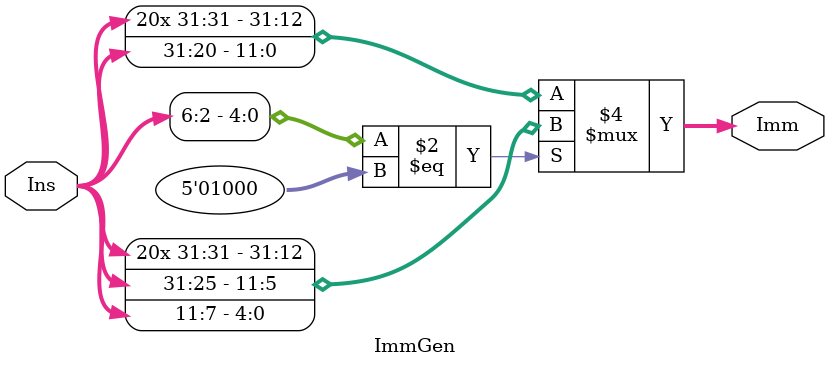
<source format=v>
module ImmGen (
    input [31:0]Ins,
    output reg [31:0]Imm
);
always @(*) begin
    if(Ins[6:2]==5'b01000)Imm={{20{Ins[31]}},Ins[31:25],Ins[11:7]};//SW
    else Imm={{20{Ins[31]}},Ins[31:20]};
end
endmodule //ImmGen
</source>
